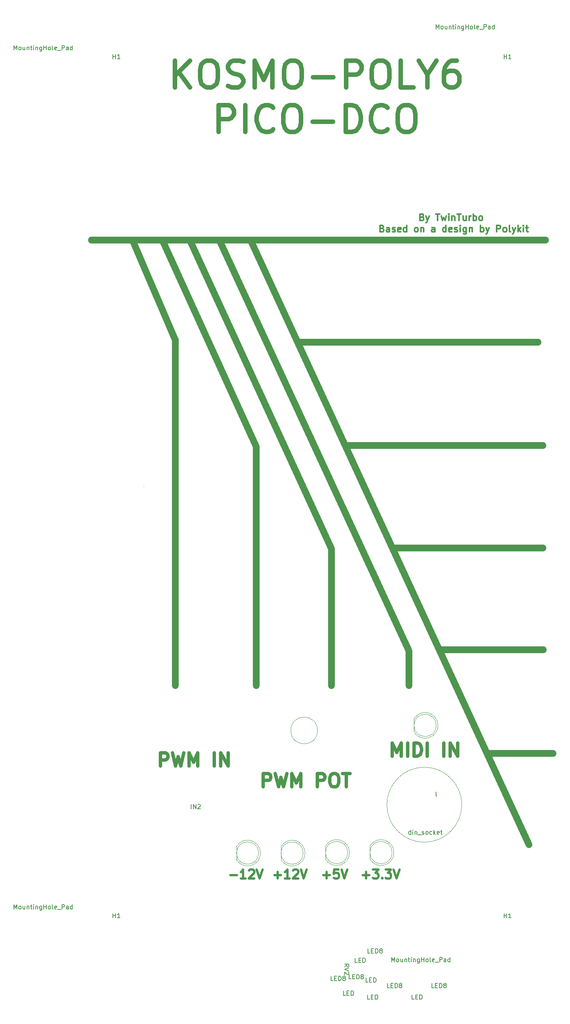
<source format=gbr>
G04 #@! TF.GenerationSoftware,KiCad,Pcbnew,(5.1.7)-1*
G04 #@! TF.CreationDate,2023-03-06T20:39:05+00:00*
G04 #@! TF.ProjectId,KOSMO-POLY6-PICO-DCO-FP,4b4f534d-4f2d-4504-9f4c-59362d504943,V0.1.0*
G04 #@! TF.SameCoordinates,Original*
G04 #@! TF.FileFunction,Legend,Top*
G04 #@! TF.FilePolarity,Positive*
%FSLAX46Y46*%
G04 Gerber Fmt 4.6, Leading zero omitted, Abs format (unit mm)*
G04 Created by KiCad (PCBNEW (5.1.7)-1) date 2023-03-06 20:39:05*
%MOMM*%
%LPD*%
G01*
G04 APERTURE LIST*
%ADD10C,1.000000*%
%ADD11C,0.300000*%
%ADD12C,0.750000*%
%ADD13C,1.500000*%
%ADD14C,0.500000*%
%ADD15C,0.150000*%
%ADD16C,0.100000*%
%ADD17C,0.120000*%
G04 APERTURE END LIST*
D10*
X82289857Y-7440285D02*
X82289857Y-1440285D01*
X85718428Y-7440285D02*
X83147000Y-4011714D01*
X85718428Y-1440285D02*
X82289857Y-4868857D01*
X89432714Y-1440285D02*
X90575571Y-1440285D01*
X91147000Y-1726000D01*
X91718428Y-2297428D01*
X92004142Y-3440285D01*
X92004142Y-5440285D01*
X91718428Y-6583142D01*
X91147000Y-7154571D01*
X90575571Y-7440285D01*
X89432714Y-7440285D01*
X88861285Y-7154571D01*
X88289857Y-6583142D01*
X88004142Y-5440285D01*
X88004142Y-3440285D01*
X88289857Y-2297428D01*
X88861285Y-1726000D01*
X89432714Y-1440285D01*
X94289857Y-7154571D02*
X95147000Y-7440285D01*
X96575571Y-7440285D01*
X97147000Y-7154571D01*
X97432714Y-6868857D01*
X97718428Y-6297428D01*
X97718428Y-5726000D01*
X97432714Y-5154571D01*
X97147000Y-4868857D01*
X96575571Y-4583142D01*
X95432714Y-4297428D01*
X94861285Y-4011714D01*
X94575571Y-3726000D01*
X94289857Y-3154571D01*
X94289857Y-2583142D01*
X94575571Y-2011714D01*
X94861285Y-1726000D01*
X95432714Y-1440285D01*
X96861285Y-1440285D01*
X97718428Y-1726000D01*
X100289857Y-7440285D02*
X100289857Y-1440285D01*
X102289857Y-5726000D01*
X104289857Y-1440285D01*
X104289857Y-7440285D01*
X108289857Y-1440285D02*
X109432714Y-1440285D01*
X110004142Y-1726000D01*
X110575571Y-2297428D01*
X110861285Y-3440285D01*
X110861285Y-5440285D01*
X110575571Y-6583142D01*
X110004142Y-7154571D01*
X109432714Y-7440285D01*
X108289857Y-7440285D01*
X107718428Y-7154571D01*
X107147000Y-6583142D01*
X106861285Y-5440285D01*
X106861285Y-3440285D01*
X107147000Y-2297428D01*
X107718428Y-1726000D01*
X108289857Y-1440285D01*
X113432714Y-5154571D02*
X118004142Y-5154571D01*
X120861285Y-7440285D02*
X120861285Y-1440285D01*
X123147000Y-1440285D01*
X123718428Y-1726000D01*
X124004142Y-2011714D01*
X124289857Y-2583142D01*
X124289857Y-3440285D01*
X124004142Y-4011714D01*
X123718428Y-4297428D01*
X123147000Y-4583142D01*
X120861285Y-4583142D01*
X128004142Y-1440285D02*
X129147000Y-1440285D01*
X129718428Y-1726000D01*
X130289857Y-2297428D01*
X130575571Y-3440285D01*
X130575571Y-5440285D01*
X130289857Y-6583142D01*
X129718428Y-7154571D01*
X129147000Y-7440285D01*
X128004142Y-7440285D01*
X127432714Y-7154571D01*
X126861285Y-6583142D01*
X126575571Y-5440285D01*
X126575571Y-3440285D01*
X126861285Y-2297428D01*
X127432714Y-1726000D01*
X128004142Y-1440285D01*
X136004142Y-7440285D02*
X133147000Y-7440285D01*
X133147000Y-1440285D01*
X139147000Y-4583142D02*
X139147000Y-7440285D01*
X137147000Y-1440285D02*
X139147000Y-4583142D01*
X141147000Y-1440285D01*
X145718428Y-1440285D02*
X144575571Y-1440285D01*
X144004142Y-1726000D01*
X143718428Y-2011714D01*
X143147000Y-2868857D01*
X142861285Y-4011714D01*
X142861285Y-6297428D01*
X143147000Y-6868857D01*
X143432714Y-7154571D01*
X144004142Y-7440285D01*
X145147000Y-7440285D01*
X145718428Y-7154571D01*
X146004142Y-6868857D01*
X146289857Y-6297428D01*
X146289857Y-4868857D01*
X146004142Y-4297428D01*
X145718428Y-4011714D01*
X145147000Y-3726000D01*
X144004142Y-3726000D01*
X143432714Y-4011714D01*
X143147000Y-4297428D01*
X142861285Y-4868857D01*
X92147000Y-17440285D02*
X92147000Y-11440285D01*
X94432714Y-11440285D01*
X95004142Y-11726000D01*
X95289857Y-12011714D01*
X95575571Y-12583142D01*
X95575571Y-13440285D01*
X95289857Y-14011714D01*
X95004142Y-14297428D01*
X94432714Y-14583142D01*
X92147000Y-14583142D01*
X98147000Y-17440285D02*
X98147000Y-11440285D01*
X104432714Y-16868857D02*
X104147000Y-17154571D01*
X103289857Y-17440285D01*
X102718428Y-17440285D01*
X101861285Y-17154571D01*
X101289857Y-16583142D01*
X101004142Y-16011714D01*
X100718428Y-14868857D01*
X100718428Y-14011714D01*
X101004142Y-12868857D01*
X101289857Y-12297428D01*
X101861285Y-11726000D01*
X102718428Y-11440285D01*
X103289857Y-11440285D01*
X104147000Y-11726000D01*
X104432714Y-12011714D01*
X108147000Y-11440285D02*
X109289857Y-11440285D01*
X109861285Y-11726000D01*
X110432714Y-12297428D01*
X110718428Y-13440285D01*
X110718428Y-15440285D01*
X110432714Y-16583142D01*
X109861285Y-17154571D01*
X109289857Y-17440285D01*
X108147000Y-17440285D01*
X107575571Y-17154571D01*
X107004142Y-16583142D01*
X106718428Y-15440285D01*
X106718428Y-13440285D01*
X107004142Y-12297428D01*
X107575571Y-11726000D01*
X108147000Y-11440285D01*
X113289857Y-15154571D02*
X117861285Y-15154571D01*
X120718428Y-17440285D02*
X120718428Y-11440285D01*
X122147000Y-11440285D01*
X123004142Y-11726000D01*
X123575571Y-12297428D01*
X123861285Y-12868857D01*
X124147000Y-14011714D01*
X124147000Y-14868857D01*
X123861285Y-16011714D01*
X123575571Y-16583142D01*
X123004142Y-17154571D01*
X122147000Y-17440285D01*
X120718428Y-17440285D01*
X130147000Y-16868857D02*
X129861285Y-17154571D01*
X129004142Y-17440285D01*
X128432714Y-17440285D01*
X127575571Y-17154571D01*
X127004142Y-16583142D01*
X126718428Y-16011714D01*
X126432714Y-14868857D01*
X126432714Y-14011714D01*
X126718428Y-12868857D01*
X127004142Y-12297428D01*
X127575571Y-11726000D01*
X128432714Y-11440285D01*
X129004142Y-11440285D01*
X129861285Y-11726000D01*
X130147000Y-12011714D01*
X133861285Y-11440285D02*
X135004142Y-11440285D01*
X135575571Y-11726000D01*
X136147000Y-12297428D01*
X136432714Y-13440285D01*
X136432714Y-15440285D01*
X136147000Y-16583142D01*
X135575571Y-17154571D01*
X135004142Y-17440285D01*
X133861285Y-17440285D01*
X133289857Y-17154571D01*
X132718428Y-16583142D01*
X132432714Y-15440285D01*
X132432714Y-13440285D01*
X132718428Y-12297428D01*
X133289857Y-11726000D01*
X133861285Y-11440285D01*
D11*
X137956571Y-36576857D02*
X138170857Y-36648285D01*
X138242285Y-36719714D01*
X138313714Y-36862571D01*
X138313714Y-37076857D01*
X138242285Y-37219714D01*
X138170857Y-37291142D01*
X138028000Y-37362571D01*
X137456571Y-37362571D01*
X137456571Y-35862571D01*
X137956571Y-35862571D01*
X138099428Y-35934000D01*
X138170857Y-36005428D01*
X138242285Y-36148285D01*
X138242285Y-36291142D01*
X138170857Y-36434000D01*
X138099428Y-36505428D01*
X137956571Y-36576857D01*
X137456571Y-36576857D01*
X138813714Y-36362571D02*
X139170857Y-37362571D01*
X139528000Y-36362571D02*
X139170857Y-37362571D01*
X139028000Y-37719714D01*
X138956571Y-37791142D01*
X138813714Y-37862571D01*
X141028000Y-35862571D02*
X141885142Y-35862571D01*
X141456571Y-37362571D02*
X141456571Y-35862571D01*
X142242285Y-36362571D02*
X142528000Y-37362571D01*
X142813714Y-36648285D01*
X143099428Y-37362571D01*
X143385142Y-36362571D01*
X143956571Y-37362571D02*
X143956571Y-36362571D01*
X143956571Y-35862571D02*
X143885142Y-35934000D01*
X143956571Y-36005428D01*
X144028000Y-35934000D01*
X143956571Y-35862571D01*
X143956571Y-36005428D01*
X144670857Y-36362571D02*
X144670857Y-37362571D01*
X144670857Y-36505428D02*
X144742285Y-36434000D01*
X144885142Y-36362571D01*
X145099428Y-36362571D01*
X145242285Y-36434000D01*
X145313714Y-36576857D01*
X145313714Y-37362571D01*
X145813714Y-35862571D02*
X146670857Y-35862571D01*
X146242285Y-37362571D02*
X146242285Y-35862571D01*
X147813714Y-36362571D02*
X147813714Y-37362571D01*
X147170857Y-36362571D02*
X147170857Y-37148285D01*
X147242285Y-37291142D01*
X147385142Y-37362571D01*
X147599428Y-37362571D01*
X147742285Y-37291142D01*
X147813714Y-37219714D01*
X148528000Y-37362571D02*
X148528000Y-36362571D01*
X148528000Y-36648285D02*
X148599428Y-36505428D01*
X148670857Y-36434000D01*
X148813714Y-36362571D01*
X148956571Y-36362571D01*
X149456571Y-37362571D02*
X149456571Y-35862571D01*
X149456571Y-36434000D02*
X149599428Y-36362571D01*
X149885142Y-36362571D01*
X150028000Y-36434000D01*
X150099428Y-36505428D01*
X150170857Y-36648285D01*
X150170857Y-37076857D01*
X150099428Y-37219714D01*
X150028000Y-37291142D01*
X149885142Y-37362571D01*
X149599428Y-37362571D01*
X149456571Y-37291142D01*
X151028000Y-37362571D02*
X150885142Y-37291142D01*
X150813714Y-37219714D01*
X150742285Y-37076857D01*
X150742285Y-36648285D01*
X150813714Y-36505428D01*
X150885142Y-36434000D01*
X151028000Y-36362571D01*
X151242285Y-36362571D01*
X151385142Y-36434000D01*
X151456571Y-36505428D01*
X151528000Y-36648285D01*
X151528000Y-37076857D01*
X151456571Y-37219714D01*
X151385142Y-37291142D01*
X151242285Y-37362571D01*
X151028000Y-37362571D01*
X128956571Y-39126857D02*
X129170857Y-39198285D01*
X129242285Y-39269714D01*
X129313714Y-39412571D01*
X129313714Y-39626857D01*
X129242285Y-39769714D01*
X129170857Y-39841142D01*
X129028000Y-39912571D01*
X128456571Y-39912571D01*
X128456571Y-38412571D01*
X128956571Y-38412571D01*
X129099428Y-38484000D01*
X129170857Y-38555428D01*
X129242285Y-38698285D01*
X129242285Y-38841142D01*
X129170857Y-38984000D01*
X129099428Y-39055428D01*
X128956571Y-39126857D01*
X128456571Y-39126857D01*
X130599428Y-39912571D02*
X130599428Y-39126857D01*
X130528000Y-38984000D01*
X130385142Y-38912571D01*
X130099428Y-38912571D01*
X129956571Y-38984000D01*
X130599428Y-39841142D02*
X130456571Y-39912571D01*
X130099428Y-39912571D01*
X129956571Y-39841142D01*
X129885142Y-39698285D01*
X129885142Y-39555428D01*
X129956571Y-39412571D01*
X130099428Y-39341142D01*
X130456571Y-39341142D01*
X130599428Y-39269714D01*
X131242285Y-39841142D02*
X131385142Y-39912571D01*
X131670857Y-39912571D01*
X131813714Y-39841142D01*
X131885142Y-39698285D01*
X131885142Y-39626857D01*
X131813714Y-39484000D01*
X131670857Y-39412571D01*
X131456571Y-39412571D01*
X131313714Y-39341142D01*
X131242285Y-39198285D01*
X131242285Y-39126857D01*
X131313714Y-38984000D01*
X131456571Y-38912571D01*
X131670857Y-38912571D01*
X131813714Y-38984000D01*
X133099428Y-39841142D02*
X132956571Y-39912571D01*
X132670857Y-39912571D01*
X132528000Y-39841142D01*
X132456571Y-39698285D01*
X132456571Y-39126857D01*
X132528000Y-38984000D01*
X132670857Y-38912571D01*
X132956571Y-38912571D01*
X133099428Y-38984000D01*
X133170857Y-39126857D01*
X133170857Y-39269714D01*
X132456571Y-39412571D01*
X134456571Y-39912571D02*
X134456571Y-38412571D01*
X134456571Y-39841142D02*
X134313714Y-39912571D01*
X134028000Y-39912571D01*
X133885142Y-39841142D01*
X133813714Y-39769714D01*
X133742285Y-39626857D01*
X133742285Y-39198285D01*
X133813714Y-39055428D01*
X133885142Y-38984000D01*
X134028000Y-38912571D01*
X134313714Y-38912571D01*
X134456571Y-38984000D01*
X136528000Y-39912571D02*
X136385142Y-39841142D01*
X136313714Y-39769714D01*
X136242285Y-39626857D01*
X136242285Y-39198285D01*
X136313714Y-39055428D01*
X136385142Y-38984000D01*
X136528000Y-38912571D01*
X136742285Y-38912571D01*
X136885142Y-38984000D01*
X136956571Y-39055428D01*
X137028000Y-39198285D01*
X137028000Y-39626857D01*
X136956571Y-39769714D01*
X136885142Y-39841142D01*
X136742285Y-39912571D01*
X136528000Y-39912571D01*
X137670857Y-38912571D02*
X137670857Y-39912571D01*
X137670857Y-39055428D02*
X137742285Y-38984000D01*
X137885142Y-38912571D01*
X138099428Y-38912571D01*
X138242285Y-38984000D01*
X138313714Y-39126857D01*
X138313714Y-39912571D01*
X140813714Y-39912571D02*
X140813714Y-39126857D01*
X140742285Y-38984000D01*
X140599428Y-38912571D01*
X140313714Y-38912571D01*
X140170857Y-38984000D01*
X140813714Y-39841142D02*
X140670857Y-39912571D01*
X140313714Y-39912571D01*
X140170857Y-39841142D01*
X140099428Y-39698285D01*
X140099428Y-39555428D01*
X140170857Y-39412571D01*
X140313714Y-39341142D01*
X140670857Y-39341142D01*
X140813714Y-39269714D01*
X143313714Y-39912571D02*
X143313714Y-38412571D01*
X143313714Y-39841142D02*
X143170857Y-39912571D01*
X142885142Y-39912571D01*
X142742285Y-39841142D01*
X142670857Y-39769714D01*
X142599428Y-39626857D01*
X142599428Y-39198285D01*
X142670857Y-39055428D01*
X142742285Y-38984000D01*
X142885142Y-38912571D01*
X143170857Y-38912571D01*
X143313714Y-38984000D01*
X144599428Y-39841142D02*
X144456571Y-39912571D01*
X144170857Y-39912571D01*
X144028000Y-39841142D01*
X143956571Y-39698285D01*
X143956571Y-39126857D01*
X144028000Y-38984000D01*
X144170857Y-38912571D01*
X144456571Y-38912571D01*
X144599428Y-38984000D01*
X144670857Y-39126857D01*
X144670857Y-39269714D01*
X143956571Y-39412571D01*
X145242285Y-39841142D02*
X145385142Y-39912571D01*
X145670857Y-39912571D01*
X145813714Y-39841142D01*
X145885142Y-39698285D01*
X145885142Y-39626857D01*
X145813714Y-39484000D01*
X145670857Y-39412571D01*
X145456571Y-39412571D01*
X145313714Y-39341142D01*
X145242285Y-39198285D01*
X145242285Y-39126857D01*
X145313714Y-38984000D01*
X145456571Y-38912571D01*
X145670857Y-38912571D01*
X145813714Y-38984000D01*
X146528000Y-39912571D02*
X146528000Y-38912571D01*
X146528000Y-38412571D02*
X146456571Y-38484000D01*
X146528000Y-38555428D01*
X146599428Y-38484000D01*
X146528000Y-38412571D01*
X146528000Y-38555428D01*
X147885142Y-38912571D02*
X147885142Y-40126857D01*
X147813714Y-40269714D01*
X147742285Y-40341142D01*
X147599428Y-40412571D01*
X147385142Y-40412571D01*
X147242285Y-40341142D01*
X147885142Y-39841142D02*
X147742285Y-39912571D01*
X147456571Y-39912571D01*
X147313714Y-39841142D01*
X147242285Y-39769714D01*
X147170857Y-39626857D01*
X147170857Y-39198285D01*
X147242285Y-39055428D01*
X147313714Y-38984000D01*
X147456571Y-38912571D01*
X147742285Y-38912571D01*
X147885142Y-38984000D01*
X148599428Y-38912571D02*
X148599428Y-39912571D01*
X148599428Y-39055428D02*
X148670857Y-38984000D01*
X148813714Y-38912571D01*
X149028000Y-38912571D01*
X149170857Y-38984000D01*
X149242285Y-39126857D01*
X149242285Y-39912571D01*
X151099428Y-39912571D02*
X151099428Y-38412571D01*
X151099428Y-38984000D02*
X151242285Y-38912571D01*
X151528000Y-38912571D01*
X151670857Y-38984000D01*
X151742285Y-39055428D01*
X151813714Y-39198285D01*
X151813714Y-39626857D01*
X151742285Y-39769714D01*
X151670857Y-39841142D01*
X151528000Y-39912571D01*
X151242285Y-39912571D01*
X151099428Y-39841142D01*
X152313714Y-38912571D02*
X152670857Y-39912571D01*
X153028000Y-38912571D02*
X152670857Y-39912571D01*
X152528000Y-40269714D01*
X152456571Y-40341142D01*
X152313714Y-40412571D01*
X154742285Y-39912571D02*
X154742285Y-38412571D01*
X155313714Y-38412571D01*
X155456571Y-38484000D01*
X155528000Y-38555428D01*
X155599428Y-38698285D01*
X155599428Y-38912571D01*
X155528000Y-39055428D01*
X155456571Y-39126857D01*
X155313714Y-39198285D01*
X154742285Y-39198285D01*
X156456571Y-39912571D02*
X156313714Y-39841142D01*
X156242285Y-39769714D01*
X156170857Y-39626857D01*
X156170857Y-39198285D01*
X156242285Y-39055428D01*
X156313714Y-38984000D01*
X156456571Y-38912571D01*
X156670857Y-38912571D01*
X156813714Y-38984000D01*
X156885142Y-39055428D01*
X156956571Y-39198285D01*
X156956571Y-39626857D01*
X156885142Y-39769714D01*
X156813714Y-39841142D01*
X156670857Y-39912571D01*
X156456571Y-39912571D01*
X157813714Y-39912571D02*
X157670857Y-39841142D01*
X157599428Y-39698285D01*
X157599428Y-38412571D01*
X158242285Y-38912571D02*
X158599428Y-39912571D01*
X158956571Y-38912571D02*
X158599428Y-39912571D01*
X158456571Y-40269714D01*
X158385142Y-40341142D01*
X158242285Y-40412571D01*
X159528000Y-39912571D02*
X159528000Y-38412571D01*
X159670857Y-39341142D02*
X160099428Y-39912571D01*
X160099428Y-38912571D02*
X159528000Y-39484000D01*
X160742285Y-39912571D02*
X160742285Y-38912571D01*
X160742285Y-38412571D02*
X160670857Y-38484000D01*
X160742285Y-38555428D01*
X160813714Y-38484000D01*
X160742285Y-38412571D01*
X160742285Y-38555428D01*
X161242285Y-38912571D02*
X161813714Y-38912571D01*
X161456571Y-38412571D02*
X161456571Y-39698285D01*
X161528000Y-39841142D01*
X161670857Y-39912571D01*
X161813714Y-39912571D01*
D12*
X102153571Y-164530142D02*
X102153571Y-161530142D01*
X103296428Y-161530142D01*
X103582142Y-161673000D01*
X103725000Y-161815857D01*
X103867857Y-162101571D01*
X103867857Y-162530142D01*
X103725000Y-162815857D01*
X103582142Y-162958714D01*
X103296428Y-163101571D01*
X102153571Y-163101571D01*
X104867857Y-161530142D02*
X105582142Y-164530142D01*
X106153571Y-162387285D01*
X106725000Y-164530142D01*
X107439285Y-161530142D01*
X108582142Y-164530142D02*
X108582142Y-161530142D01*
X109582142Y-163673000D01*
X110582142Y-161530142D01*
X110582142Y-164530142D01*
X114296428Y-164530142D02*
X114296428Y-161530142D01*
X115439285Y-161530142D01*
X115725000Y-161673000D01*
X115867857Y-161815857D01*
X116010714Y-162101571D01*
X116010714Y-162530142D01*
X115867857Y-162815857D01*
X115725000Y-162958714D01*
X115439285Y-163101571D01*
X114296428Y-163101571D01*
X117867857Y-161530142D02*
X118439285Y-161530142D01*
X118725000Y-161673000D01*
X119010714Y-161958714D01*
X119153571Y-162530142D01*
X119153571Y-163530142D01*
X119010714Y-164101571D01*
X118725000Y-164387285D01*
X118439285Y-164530142D01*
X117867857Y-164530142D01*
X117582142Y-164387285D01*
X117296428Y-164101571D01*
X117153571Y-163530142D01*
X117153571Y-162530142D01*
X117296428Y-161958714D01*
X117582142Y-161673000D01*
X117867857Y-161530142D01*
X120010714Y-161530142D02*
X121725000Y-161530142D01*
X120867857Y-164530142D02*
X120867857Y-161530142D01*
D13*
X167431000Y-157020000D02*
X152784000Y-157020000D01*
X82378000Y-141822000D02*
X82378000Y-64136000D01*
X100651000Y-141801000D02*
X100651000Y-88337000D01*
X117502000Y-141781000D02*
X117502000Y-111225000D01*
X135013000Y-141811000D02*
X135013000Y-134166000D01*
X82354000Y-64029000D02*
X72825000Y-41886000D01*
X100576000Y-88153000D02*
X79565000Y-41814000D01*
X117520000Y-111062000D02*
X85671000Y-41814000D01*
X134957000Y-134059000D02*
X92345000Y-41778000D01*
D14*
X124567000Y-184394857D02*
X126090809Y-184394857D01*
X125328904Y-185156761D02*
X125328904Y-183632952D01*
X126852714Y-183156761D02*
X128090809Y-183156761D01*
X127424142Y-183918666D01*
X127709857Y-183918666D01*
X127900333Y-184013904D01*
X127995571Y-184109142D01*
X128090809Y-184299619D01*
X128090809Y-184775809D01*
X127995571Y-184966285D01*
X127900333Y-185061523D01*
X127709857Y-185156761D01*
X127138428Y-185156761D01*
X126947952Y-185061523D01*
X126852714Y-184966285D01*
X128947952Y-184966285D02*
X129043190Y-185061523D01*
X128947952Y-185156761D01*
X128852714Y-185061523D01*
X128947952Y-184966285D01*
X128947952Y-185156761D01*
X129709857Y-183156761D02*
X130947952Y-183156761D01*
X130281285Y-183918666D01*
X130567000Y-183918666D01*
X130757476Y-184013904D01*
X130852714Y-184109142D01*
X130947952Y-184299619D01*
X130947952Y-184775809D01*
X130852714Y-184966285D01*
X130757476Y-185061523D01*
X130567000Y-185156761D01*
X129995571Y-185156761D01*
X129805095Y-185061523D01*
X129709857Y-184966285D01*
X131519380Y-183156761D02*
X132186047Y-185156761D01*
X132852714Y-183156761D01*
X115700571Y-184394857D02*
X117224380Y-184394857D01*
X116462476Y-185156761D02*
X116462476Y-183632952D01*
X119129142Y-183156761D02*
X118176761Y-183156761D01*
X118081523Y-184109142D01*
X118176761Y-184013904D01*
X118367238Y-183918666D01*
X118843428Y-183918666D01*
X119033904Y-184013904D01*
X119129142Y-184109142D01*
X119224380Y-184299619D01*
X119224380Y-184775809D01*
X119129142Y-184966285D01*
X119033904Y-185061523D01*
X118843428Y-185156761D01*
X118367238Y-185156761D01*
X118176761Y-185061523D01*
X118081523Y-184966285D01*
X119795809Y-183156761D02*
X120462476Y-185156761D01*
X121129142Y-183156761D01*
X104643190Y-184394857D02*
X106167000Y-184394857D01*
X105405095Y-185156761D02*
X105405095Y-183632952D01*
X108167000Y-185156761D02*
X107024142Y-185156761D01*
X107595571Y-185156761D02*
X107595571Y-183156761D01*
X107405095Y-183442476D01*
X107214619Y-183632952D01*
X107024142Y-183728190D01*
X108928904Y-183347238D02*
X109024142Y-183252000D01*
X109214619Y-183156761D01*
X109690809Y-183156761D01*
X109881285Y-183252000D01*
X109976523Y-183347238D01*
X110071761Y-183537714D01*
X110071761Y-183728190D01*
X109976523Y-184013904D01*
X108833666Y-185156761D01*
X110071761Y-185156761D01*
X110643190Y-183156761D02*
X111309857Y-185156761D01*
X111976523Y-183156761D01*
X94728190Y-184394857D02*
X96252000Y-184394857D01*
X98252000Y-185156761D02*
X97109142Y-185156761D01*
X97680571Y-185156761D02*
X97680571Y-183156761D01*
X97490095Y-183442476D01*
X97299619Y-183632952D01*
X97109142Y-183728190D01*
X99013904Y-183347238D02*
X99109142Y-183252000D01*
X99299619Y-183156761D01*
X99775809Y-183156761D01*
X99966285Y-183252000D01*
X100061523Y-183347238D01*
X100156761Y-183537714D01*
X100156761Y-183728190D01*
X100061523Y-184013904D01*
X98918666Y-185156761D01*
X100156761Y-185156761D01*
X100728190Y-183156761D02*
X101394857Y-185156761D01*
X102061523Y-183156761D01*
D12*
X131206857Y-157666142D02*
X131206857Y-154666142D01*
X132206857Y-156809000D01*
X133206857Y-154666142D01*
X133206857Y-157666142D01*
X134635428Y-157666142D02*
X134635428Y-154666142D01*
X136064000Y-157666142D02*
X136064000Y-154666142D01*
X136778285Y-154666142D01*
X137206857Y-154809000D01*
X137492571Y-155094714D01*
X137635428Y-155380428D01*
X137778285Y-155951857D01*
X137778285Y-156380428D01*
X137635428Y-156951857D01*
X137492571Y-157237571D01*
X137206857Y-157523285D01*
X136778285Y-157666142D01*
X136064000Y-157666142D01*
X139064000Y-157666142D02*
X139064000Y-154666142D01*
X142778285Y-157666142D02*
X142778285Y-154666142D01*
X144206857Y-157666142D02*
X144206857Y-154666142D01*
X145921142Y-157666142D01*
X145921142Y-154666142D01*
X79012142Y-159889142D02*
X79012142Y-156889142D01*
X80155000Y-156889142D01*
X80440714Y-157032000D01*
X80583571Y-157174857D01*
X80726428Y-157460571D01*
X80726428Y-157889142D01*
X80583571Y-158174857D01*
X80440714Y-158317714D01*
X80155000Y-158460571D01*
X79012142Y-158460571D01*
X81726428Y-156889142D02*
X82440714Y-159889142D01*
X83012142Y-157746285D01*
X83583571Y-159889142D01*
X84297857Y-156889142D01*
X85440714Y-159889142D02*
X85440714Y-156889142D01*
X86440714Y-159032000D01*
X87440714Y-156889142D01*
X87440714Y-159889142D01*
X91155000Y-159889142D02*
X91155000Y-156889142D01*
X92583571Y-159889142D02*
X92583571Y-156889142D01*
X94297857Y-159889142D01*
X94297857Y-156889142D01*
D13*
X162015000Y-177576000D02*
X99310000Y-41713000D01*
X165213000Y-133757000D02*
X141950000Y-133757000D01*
X165095000Y-110903000D02*
X131411000Y-110903000D01*
X165109000Y-87882000D02*
X120702000Y-87882000D01*
X164050000Y-64701000D02*
X110000000Y-64701000D01*
X165748000Y-41713000D02*
X63508000Y-41713000D01*
D15*
X75359142Y-97101000D02*
G75*
G03*
X75359142Y-97101000I-14142J0D01*
G01*
D16*
X126198000Y-177863306D02*
X126198000Y-180802694D01*
D17*
X131198000Y-179333000D02*
G75*
G03*
X131198000Y-179333000I-2500000J0D01*
G01*
D16*
X131198000Y-179333000D02*
G75*
G03*
X131198000Y-179333000I-2500000J0D01*
G01*
X126197984Y-180802666D02*
G75*
G03*
X126198000Y-177863306I2500016J1469666D01*
G01*
X111182000Y-179456000D02*
G75*
G03*
X111182000Y-179456000I-2500000J0D01*
G01*
D17*
X111182000Y-179456000D02*
G75*
G03*
X111182000Y-179456000I-2500000J0D01*
G01*
D16*
X106182000Y-177986306D02*
X106182000Y-180925694D01*
X106181984Y-180925666D02*
G75*
G03*
X106182000Y-177986306I2500016J1469666D01*
G01*
X141116000Y-150767000D02*
G75*
G03*
X141116000Y-150767000I-2500000J0D01*
G01*
D17*
X141116000Y-150767000D02*
G75*
G03*
X141116000Y-150767000I-2500000J0D01*
G01*
D16*
X136116000Y-149297306D02*
X136116000Y-152236694D01*
X136115984Y-152236666D02*
G75*
G03*
X136116000Y-149297306I2500016J1469666D01*
G01*
X121198000Y-179333000D02*
G75*
G03*
X121198000Y-179333000I-2500000J0D01*
G01*
D17*
X121198000Y-179333000D02*
G75*
G03*
X121198000Y-179333000I-2500000J0D01*
G01*
D16*
X116198000Y-177863306D02*
X116198000Y-180802694D01*
X116197984Y-180802666D02*
G75*
G03*
X116198000Y-177863306I2500016J1469666D01*
G01*
X96166000Y-177976306D02*
X96166000Y-180915694D01*
D17*
X101166000Y-179446000D02*
G75*
G03*
X101166000Y-179446000I-2500000J0D01*
G01*
D16*
X101166000Y-179446000D02*
G75*
G03*
X101166000Y-179446000I-2500000J0D01*
G01*
X96165984Y-180915666D02*
G75*
G03*
X96166000Y-177976306I2500016J1469666D01*
G01*
D17*
X146865980Y-168585000D02*
G75*
G03*
X146865980Y-168585000I-8428980J0D01*
G01*
D16*
X114401000Y-151911000D02*
G75*
G03*
X114401000Y-151911000I-3000000J0D01*
G01*
D15*
X140614952Y-209702380D02*
X140138761Y-209702380D01*
X140138761Y-208702380D01*
X140948285Y-209178571D02*
X141281619Y-209178571D01*
X141424476Y-209702380D02*
X140948285Y-209702380D01*
X140948285Y-208702380D01*
X141424476Y-208702380D01*
X141853047Y-209702380D02*
X141853047Y-208702380D01*
X142091142Y-208702380D01*
X142234000Y-208750000D01*
X142329238Y-208845238D01*
X142376857Y-208940476D01*
X142424476Y-209130952D01*
X142424476Y-209273809D01*
X142376857Y-209464285D01*
X142329238Y-209559523D01*
X142234000Y-209654761D01*
X142091142Y-209702380D01*
X141853047Y-209702380D01*
X142995904Y-209130952D02*
X142900666Y-209083333D01*
X142853047Y-209035714D01*
X142805428Y-208940476D01*
X142805428Y-208892857D01*
X142853047Y-208797619D01*
X142900666Y-208750000D01*
X142995904Y-208702380D01*
X143186380Y-208702380D01*
X143281619Y-208750000D01*
X143329238Y-208797619D01*
X143376857Y-208892857D01*
X143376857Y-208940476D01*
X143329238Y-209035714D01*
X143281619Y-209083333D01*
X143186380Y-209130952D01*
X142995904Y-209130952D01*
X142900666Y-209178571D01*
X142853047Y-209226190D01*
X142805428Y-209321428D01*
X142805428Y-209511904D01*
X142853047Y-209607142D01*
X142900666Y-209654761D01*
X142995904Y-209702380D01*
X143186380Y-209702380D01*
X143281619Y-209654761D01*
X143329238Y-209607142D01*
X143376857Y-209511904D01*
X143376857Y-209321428D01*
X143329238Y-209226190D01*
X143281619Y-209178571D01*
X143186380Y-209130952D01*
X136153142Y-212294380D02*
X135676952Y-212294380D01*
X135676952Y-211294380D01*
X136486476Y-211770571D02*
X136819809Y-211770571D01*
X136962666Y-212294380D02*
X136486476Y-212294380D01*
X136486476Y-211294380D01*
X136962666Y-211294380D01*
X137391238Y-212294380D02*
X137391238Y-211294380D01*
X137629333Y-211294380D01*
X137772190Y-211342000D01*
X137867428Y-211437238D01*
X137915047Y-211532476D01*
X137962666Y-211722952D01*
X137962666Y-211865809D01*
X137915047Y-212056285D01*
X137867428Y-212151523D01*
X137772190Y-212246761D01*
X137629333Y-212294380D01*
X137391238Y-212294380D01*
X121973952Y-207727380D02*
X121497761Y-207727380D01*
X121497761Y-206727380D01*
X122307285Y-207203571D02*
X122640619Y-207203571D01*
X122783476Y-207727380D02*
X122307285Y-207727380D01*
X122307285Y-206727380D01*
X122783476Y-206727380D01*
X123212047Y-207727380D02*
X123212047Y-206727380D01*
X123450142Y-206727380D01*
X123593000Y-206775000D01*
X123688238Y-206870238D01*
X123735857Y-206965476D01*
X123783476Y-207155952D01*
X123783476Y-207298809D01*
X123735857Y-207489285D01*
X123688238Y-207584523D01*
X123593000Y-207679761D01*
X123450142Y-207727380D01*
X123212047Y-207727380D01*
X124354904Y-207155952D02*
X124259666Y-207108333D01*
X124212047Y-207060714D01*
X124164428Y-206965476D01*
X124164428Y-206917857D01*
X124212047Y-206822619D01*
X124259666Y-206775000D01*
X124354904Y-206727380D01*
X124545380Y-206727380D01*
X124640619Y-206775000D01*
X124688238Y-206822619D01*
X124735857Y-206917857D01*
X124735857Y-206965476D01*
X124688238Y-207060714D01*
X124640619Y-207108333D01*
X124545380Y-207155952D01*
X124354904Y-207155952D01*
X124259666Y-207203571D01*
X124212047Y-207251190D01*
X124164428Y-207346428D01*
X124164428Y-207536904D01*
X124212047Y-207632142D01*
X124259666Y-207679761D01*
X124354904Y-207727380D01*
X124545380Y-207727380D01*
X124640619Y-207679761D01*
X124688238Y-207632142D01*
X124735857Y-207536904D01*
X124735857Y-207346428D01*
X124688238Y-207251190D01*
X124640619Y-207203571D01*
X124545380Y-207155952D01*
X120722142Y-211430380D02*
X120245952Y-211430380D01*
X120245952Y-210430380D01*
X121055476Y-210906571D02*
X121388809Y-210906571D01*
X121531666Y-211430380D02*
X121055476Y-211430380D01*
X121055476Y-210430380D01*
X121531666Y-210430380D01*
X121960238Y-211430380D02*
X121960238Y-210430380D01*
X122198333Y-210430380D01*
X122341190Y-210478000D01*
X122436428Y-210573238D01*
X122484047Y-210668476D01*
X122531666Y-210858952D01*
X122531666Y-211001809D01*
X122484047Y-211192285D01*
X122436428Y-211287523D01*
X122341190Y-211382761D01*
X122198333Y-211430380D01*
X121960238Y-211430380D01*
X126220952Y-201925380D02*
X125744761Y-201925380D01*
X125744761Y-200925380D01*
X126554285Y-201401571D02*
X126887619Y-201401571D01*
X127030476Y-201925380D02*
X126554285Y-201925380D01*
X126554285Y-200925380D01*
X127030476Y-200925380D01*
X127459047Y-201925380D02*
X127459047Y-200925380D01*
X127697142Y-200925380D01*
X127840000Y-200973000D01*
X127935238Y-201068238D01*
X127982857Y-201163476D01*
X128030476Y-201353952D01*
X128030476Y-201496809D01*
X127982857Y-201687285D01*
X127935238Y-201782523D01*
X127840000Y-201877761D01*
X127697142Y-201925380D01*
X127459047Y-201925380D01*
X128601904Y-201353952D02*
X128506666Y-201306333D01*
X128459047Y-201258714D01*
X128411428Y-201163476D01*
X128411428Y-201115857D01*
X128459047Y-201020619D01*
X128506666Y-200973000D01*
X128601904Y-200925380D01*
X128792380Y-200925380D01*
X128887619Y-200973000D01*
X128935238Y-201020619D01*
X128982857Y-201115857D01*
X128982857Y-201163476D01*
X128935238Y-201258714D01*
X128887619Y-201306333D01*
X128792380Y-201353952D01*
X128601904Y-201353952D01*
X128506666Y-201401571D01*
X128459047Y-201449190D01*
X128411428Y-201544428D01*
X128411428Y-201734904D01*
X128459047Y-201830142D01*
X128506666Y-201877761D01*
X128601904Y-201925380D01*
X128792380Y-201925380D01*
X128887619Y-201877761D01*
X128935238Y-201830142D01*
X128982857Y-201734904D01*
X128982857Y-201544428D01*
X128935238Y-201449190D01*
X128887619Y-201401571D01*
X128792380Y-201353952D01*
X123364142Y-204023380D02*
X122887952Y-204023380D01*
X122887952Y-203023380D01*
X123697476Y-203499571D02*
X124030809Y-203499571D01*
X124173666Y-204023380D02*
X123697476Y-204023380D01*
X123697476Y-203023380D01*
X124173666Y-203023380D01*
X124602238Y-204023380D02*
X124602238Y-203023380D01*
X124840333Y-203023380D01*
X124983190Y-203071000D01*
X125078428Y-203166238D01*
X125126047Y-203261476D01*
X125173666Y-203451952D01*
X125173666Y-203594809D01*
X125126047Y-203785285D01*
X125078428Y-203880523D01*
X124983190Y-203975761D01*
X124840333Y-204023380D01*
X124602238Y-204023380D01*
X130614952Y-209702380D02*
X130138761Y-209702380D01*
X130138761Y-208702380D01*
X130948285Y-209178571D02*
X131281619Y-209178571D01*
X131424476Y-209702380D02*
X130948285Y-209702380D01*
X130948285Y-208702380D01*
X131424476Y-208702380D01*
X131853047Y-209702380D02*
X131853047Y-208702380D01*
X132091142Y-208702380D01*
X132234000Y-208750000D01*
X132329238Y-208845238D01*
X132376857Y-208940476D01*
X132424476Y-209130952D01*
X132424476Y-209273809D01*
X132376857Y-209464285D01*
X132329238Y-209559523D01*
X132234000Y-209654761D01*
X132091142Y-209702380D01*
X131853047Y-209702380D01*
X132995904Y-209130952D02*
X132900666Y-209083333D01*
X132853047Y-209035714D01*
X132805428Y-208940476D01*
X132805428Y-208892857D01*
X132853047Y-208797619D01*
X132900666Y-208750000D01*
X132995904Y-208702380D01*
X133186380Y-208702380D01*
X133281619Y-208750000D01*
X133329238Y-208797619D01*
X133376857Y-208892857D01*
X133376857Y-208940476D01*
X133329238Y-209035714D01*
X133281619Y-209083333D01*
X133186380Y-209130952D01*
X132995904Y-209130952D01*
X132900666Y-209178571D01*
X132853047Y-209226190D01*
X132805428Y-209321428D01*
X132805428Y-209511904D01*
X132853047Y-209607142D01*
X132900666Y-209654761D01*
X132995904Y-209702380D01*
X133186380Y-209702380D01*
X133281619Y-209654761D01*
X133329238Y-209607142D01*
X133376857Y-209511904D01*
X133376857Y-209321428D01*
X133329238Y-209226190D01*
X133281619Y-209178571D01*
X133186380Y-209130952D01*
X126153142Y-212294380D02*
X125676952Y-212294380D01*
X125676952Y-211294380D01*
X126486476Y-211770571D02*
X126819809Y-211770571D01*
X126962666Y-212294380D02*
X126486476Y-212294380D01*
X126486476Y-211294380D01*
X126962666Y-211294380D01*
X127391238Y-212294380D02*
X127391238Y-211294380D01*
X127629333Y-211294380D01*
X127772190Y-211342000D01*
X127867428Y-211437238D01*
X127915047Y-211532476D01*
X127962666Y-211722952D01*
X127962666Y-211865809D01*
X127915047Y-212056285D01*
X127867428Y-212151523D01*
X127772190Y-212246761D01*
X127629333Y-212294380D01*
X127391238Y-212294380D01*
X117899952Y-208097380D02*
X117423761Y-208097380D01*
X117423761Y-207097380D01*
X118233285Y-207573571D02*
X118566619Y-207573571D01*
X118709476Y-208097380D02*
X118233285Y-208097380D01*
X118233285Y-207097380D01*
X118709476Y-207097380D01*
X119138047Y-208097380D02*
X119138047Y-207097380D01*
X119376142Y-207097380D01*
X119519000Y-207145000D01*
X119614238Y-207240238D01*
X119661857Y-207335476D01*
X119709476Y-207525952D01*
X119709476Y-207668809D01*
X119661857Y-207859285D01*
X119614238Y-207954523D01*
X119519000Y-208049761D01*
X119376142Y-208097380D01*
X119138047Y-208097380D01*
X120280904Y-207525952D02*
X120185666Y-207478333D01*
X120138047Y-207430714D01*
X120090428Y-207335476D01*
X120090428Y-207287857D01*
X120138047Y-207192619D01*
X120185666Y-207145000D01*
X120280904Y-207097380D01*
X120471380Y-207097380D01*
X120566619Y-207145000D01*
X120614238Y-207192619D01*
X120661857Y-207287857D01*
X120661857Y-207335476D01*
X120614238Y-207430714D01*
X120566619Y-207478333D01*
X120471380Y-207525952D01*
X120280904Y-207525952D01*
X120185666Y-207573571D01*
X120138047Y-207621190D01*
X120090428Y-207716428D01*
X120090428Y-207906904D01*
X120138047Y-208002142D01*
X120185666Y-208049761D01*
X120280904Y-208097380D01*
X120471380Y-208097380D01*
X120566619Y-208049761D01*
X120614238Y-208002142D01*
X120661857Y-207906904D01*
X120661857Y-207716428D01*
X120614238Y-207621190D01*
X120566619Y-207573571D01*
X120471380Y-207525952D01*
X125783142Y-208468380D02*
X125306952Y-208468380D01*
X125306952Y-207468380D01*
X126116476Y-207944571D02*
X126449809Y-207944571D01*
X126592666Y-208468380D02*
X126116476Y-208468380D01*
X126116476Y-207468380D01*
X126592666Y-207468380D01*
X127021238Y-208468380D02*
X127021238Y-207468380D01*
X127259333Y-207468380D01*
X127402190Y-207516000D01*
X127497428Y-207611238D01*
X127545047Y-207706476D01*
X127592666Y-207896952D01*
X127592666Y-208039809D01*
X127545047Y-208230285D01*
X127497428Y-208325523D01*
X127402190Y-208420761D01*
X127259333Y-208468380D01*
X127021238Y-208468380D01*
X135375095Y-175237380D02*
X135375095Y-174237380D01*
X135375095Y-175189761D02*
X135279857Y-175237380D01*
X135089380Y-175237380D01*
X134994142Y-175189761D01*
X134946523Y-175142142D01*
X134898904Y-175046904D01*
X134898904Y-174761190D01*
X134946523Y-174665952D01*
X134994142Y-174618333D01*
X135089380Y-174570714D01*
X135279857Y-174570714D01*
X135375095Y-174618333D01*
X135851285Y-175237380D02*
X135851285Y-174570714D01*
X135851285Y-174237380D02*
X135803666Y-174285000D01*
X135851285Y-174332619D01*
X135898904Y-174285000D01*
X135851285Y-174237380D01*
X135851285Y-174332619D01*
X136327476Y-174570714D02*
X136327476Y-175237380D01*
X136327476Y-174665952D02*
X136375095Y-174618333D01*
X136470333Y-174570714D01*
X136613190Y-174570714D01*
X136708428Y-174618333D01*
X136756047Y-174713571D01*
X136756047Y-175237380D01*
X136994142Y-175332619D02*
X137756047Y-175332619D01*
X137946523Y-175189761D02*
X138041761Y-175237380D01*
X138232238Y-175237380D01*
X138327476Y-175189761D01*
X138375095Y-175094523D01*
X138375095Y-175046904D01*
X138327476Y-174951666D01*
X138232238Y-174904047D01*
X138089380Y-174904047D01*
X137994142Y-174856428D01*
X137946523Y-174761190D01*
X137946523Y-174713571D01*
X137994142Y-174618333D01*
X138089380Y-174570714D01*
X138232238Y-174570714D01*
X138327476Y-174618333D01*
X138946523Y-175237380D02*
X138851285Y-175189761D01*
X138803666Y-175142142D01*
X138756047Y-175046904D01*
X138756047Y-174761190D01*
X138803666Y-174665952D01*
X138851285Y-174618333D01*
X138946523Y-174570714D01*
X139089380Y-174570714D01*
X139184619Y-174618333D01*
X139232238Y-174665952D01*
X139279857Y-174761190D01*
X139279857Y-175046904D01*
X139232238Y-175142142D01*
X139184619Y-175189761D01*
X139089380Y-175237380D01*
X138946523Y-175237380D01*
X140137000Y-175189761D02*
X140041761Y-175237380D01*
X139851285Y-175237380D01*
X139756047Y-175189761D01*
X139708428Y-175142142D01*
X139660809Y-175046904D01*
X139660809Y-174761190D01*
X139708428Y-174665952D01*
X139756047Y-174618333D01*
X139851285Y-174570714D01*
X140041761Y-174570714D01*
X140137000Y-174618333D01*
X140565571Y-175237380D02*
X140565571Y-174237380D01*
X140660809Y-174856428D02*
X140946523Y-175237380D01*
X140946523Y-174570714D02*
X140565571Y-174951666D01*
X141756047Y-175189761D02*
X141660809Y-175237380D01*
X141470333Y-175237380D01*
X141375095Y-175189761D01*
X141327476Y-175094523D01*
X141327476Y-174713571D01*
X141375095Y-174618333D01*
X141470333Y-174570714D01*
X141660809Y-174570714D01*
X141756047Y-174618333D01*
X141803666Y-174713571D01*
X141803666Y-174808809D01*
X141327476Y-174904047D01*
X142089380Y-174570714D02*
X142470333Y-174570714D01*
X142232238Y-174237380D02*
X142232238Y-175094523D01*
X142279857Y-175189761D01*
X142375095Y-175237380D01*
X142470333Y-175237380D01*
X141246047Y-166707380D02*
X141150809Y-166659761D01*
X141103190Y-166564523D01*
X141103190Y-165707380D01*
X120468619Y-204951761D02*
X120944809Y-204618428D01*
X120468619Y-204380333D02*
X121468619Y-204380333D01*
X121468619Y-204761285D01*
X121421000Y-204856523D01*
X121373380Y-204904142D01*
X121278142Y-204951761D01*
X121135285Y-204951761D01*
X121040047Y-204904142D01*
X120992428Y-204856523D01*
X120944809Y-204761285D01*
X120944809Y-204380333D01*
X121468619Y-205237476D02*
X120468619Y-205570809D01*
X121468619Y-205904142D01*
X121373380Y-206189857D02*
X121421000Y-206237476D01*
X121468619Y-206332714D01*
X121468619Y-206570809D01*
X121421000Y-206666047D01*
X121373380Y-206713666D01*
X121278142Y-206761285D01*
X121182904Y-206761285D01*
X121040047Y-206713666D01*
X120468619Y-206142238D01*
X120468619Y-206761285D01*
X86003000Y-169517380D02*
X86003000Y-168517380D01*
X86479190Y-169517380D02*
X86479190Y-168517380D01*
X87050619Y-169517380D01*
X87050619Y-168517380D01*
X87479190Y-168612619D02*
X87526809Y-168565000D01*
X87622047Y-168517380D01*
X87860142Y-168517380D01*
X87955380Y-168565000D01*
X88003000Y-168612619D01*
X88050619Y-168707857D01*
X88050619Y-168803095D01*
X88003000Y-168945952D01*
X87431571Y-169517380D01*
X88050619Y-169517380D01*
X46081571Y973619D02*
X46081571Y1973619D01*
X46414904Y1259333D01*
X46748238Y1973619D01*
X46748238Y973619D01*
X47367285Y973619D02*
X47272047Y1021238D01*
X47224428Y1068857D01*
X47176809Y1164095D01*
X47176809Y1449809D01*
X47224428Y1545047D01*
X47272047Y1592666D01*
X47367285Y1640285D01*
X47510142Y1640285D01*
X47605380Y1592666D01*
X47652999Y1545047D01*
X47700619Y1449809D01*
X47700619Y1164095D01*
X47652999Y1068857D01*
X47605380Y1021238D01*
X47510142Y973619D01*
X47367285Y973619D01*
X48557761Y1640285D02*
X48557761Y973619D01*
X48129190Y1640285D02*
X48129190Y1116476D01*
X48176809Y1021238D01*
X48272047Y973619D01*
X48414904Y973619D01*
X48510142Y1021238D01*
X48557761Y1068857D01*
X49033952Y1640285D02*
X49033952Y973619D01*
X49033952Y1545047D02*
X49081571Y1592666D01*
X49176809Y1640285D01*
X49319666Y1640285D01*
X49414904Y1592666D01*
X49462523Y1497428D01*
X49462523Y973619D01*
X49795857Y1640285D02*
X50176809Y1640285D01*
X49938714Y1973619D02*
X49938714Y1116476D01*
X49986333Y1021238D01*
X50081571Y973619D01*
X50176809Y973619D01*
X50510142Y973619D02*
X50510142Y1640285D01*
X50510142Y1973619D02*
X50462523Y1926000D01*
X50510142Y1878380D01*
X50557761Y1926000D01*
X50510142Y1973619D01*
X50510142Y1878380D01*
X50986333Y1640285D02*
X50986333Y973619D01*
X50986333Y1545047D02*
X51033952Y1592666D01*
X51129190Y1640285D01*
X51272047Y1640285D01*
X51367285Y1592666D01*
X51414904Y1497428D01*
X51414904Y973619D01*
X52319666Y1640285D02*
X52319666Y830761D01*
X52272047Y735523D01*
X52224428Y687904D01*
X52129190Y640285D01*
X51986333Y640285D01*
X51891095Y687904D01*
X52319666Y1021238D02*
X52224428Y973619D01*
X52033952Y973619D01*
X51938714Y1021238D01*
X51891095Y1068857D01*
X51843476Y1164095D01*
X51843476Y1449809D01*
X51891095Y1545047D01*
X51938714Y1592666D01*
X52033952Y1640285D01*
X52224428Y1640285D01*
X52319666Y1592666D01*
X52795857Y973619D02*
X52795857Y1973619D01*
X52795857Y1497428D02*
X53367285Y1497428D01*
X53367285Y973619D02*
X53367285Y1973619D01*
X53986333Y973619D02*
X53891095Y1021238D01*
X53843476Y1068857D01*
X53795857Y1164095D01*
X53795857Y1449809D01*
X53843476Y1545047D01*
X53891095Y1592666D01*
X53986333Y1640285D01*
X54129190Y1640285D01*
X54224428Y1592666D01*
X54272047Y1545047D01*
X54319666Y1449809D01*
X54319666Y1164095D01*
X54272047Y1068857D01*
X54224428Y1021238D01*
X54129190Y973619D01*
X53986333Y973619D01*
X54891095Y973619D02*
X54795857Y1021238D01*
X54748238Y1116476D01*
X54748238Y1973619D01*
X55652999Y1021238D02*
X55557761Y973619D01*
X55367285Y973619D01*
X55272047Y1021238D01*
X55224428Y1116476D01*
X55224428Y1497428D01*
X55272047Y1592666D01*
X55367285Y1640285D01*
X55557761Y1640285D01*
X55652999Y1592666D01*
X55700619Y1497428D01*
X55700619Y1402190D01*
X55224428Y1306952D01*
X55891095Y878380D02*
X56652999Y878380D01*
X56891095Y973619D02*
X56891095Y1973619D01*
X57272047Y1973619D01*
X57367285Y1926000D01*
X57414904Y1878380D01*
X57462523Y1783142D01*
X57462523Y1640285D01*
X57414904Y1545047D01*
X57367285Y1497428D01*
X57272047Y1449809D01*
X56891095Y1449809D01*
X58319666Y973619D02*
X58319666Y1497428D01*
X58272047Y1592666D01*
X58176809Y1640285D01*
X57986333Y1640285D01*
X57891095Y1592666D01*
X58319666Y1021238D02*
X58224428Y973619D01*
X57986333Y973619D01*
X57891095Y1021238D01*
X57843476Y1116476D01*
X57843476Y1211714D01*
X57891095Y1306952D01*
X57986333Y1354571D01*
X58224428Y1354571D01*
X58319666Y1402190D01*
X59224428Y973619D02*
X59224428Y1973619D01*
X59224428Y1021238D02*
X59129190Y973619D01*
X58938714Y973619D01*
X58843476Y1021238D01*
X58795857Y1068857D01*
X58748238Y1164095D01*
X58748238Y1449809D01*
X58795857Y1545047D01*
X58843476Y1592666D01*
X58938714Y1640285D01*
X59129190Y1640285D01*
X59224428Y1592666D01*
X68383095Y-1008380D02*
X68383095Y-8380D01*
X68383095Y-484571D02*
X68954523Y-484571D01*
X68954523Y-1008380D02*
X68954523Y-8380D01*
X69954523Y-1008380D02*
X69383095Y-1008380D01*
X69668809Y-1008380D02*
X69668809Y-8380D01*
X69573571Y-151238D01*
X69478333Y-246476D01*
X69383095Y-294095D01*
X141050571Y5693619D02*
X141050571Y6693619D01*
X141383904Y5979333D01*
X141717238Y6693619D01*
X141717238Y5693619D01*
X142336285Y5693619D02*
X142241047Y5741238D01*
X142193428Y5788857D01*
X142145809Y5884095D01*
X142145809Y6169809D01*
X142193428Y6265047D01*
X142241047Y6312666D01*
X142336285Y6360285D01*
X142479142Y6360285D01*
X142574380Y6312666D01*
X142622000Y6265047D01*
X142669619Y6169809D01*
X142669619Y5884095D01*
X142622000Y5788857D01*
X142574380Y5741238D01*
X142479142Y5693619D01*
X142336285Y5693619D01*
X143526761Y6360285D02*
X143526761Y5693619D01*
X143098190Y6360285D02*
X143098190Y5836476D01*
X143145809Y5741238D01*
X143241047Y5693619D01*
X143383904Y5693619D01*
X143479142Y5741238D01*
X143526761Y5788857D01*
X144002952Y6360285D02*
X144002952Y5693619D01*
X144002952Y6265047D02*
X144050571Y6312666D01*
X144145809Y6360285D01*
X144288666Y6360285D01*
X144383904Y6312666D01*
X144431523Y6217428D01*
X144431523Y5693619D01*
X144764857Y6360285D02*
X145145809Y6360285D01*
X144907714Y6693619D02*
X144907714Y5836476D01*
X144955333Y5741238D01*
X145050571Y5693619D01*
X145145809Y5693619D01*
X145479142Y5693619D02*
X145479142Y6360285D01*
X145479142Y6693619D02*
X145431523Y6646000D01*
X145479142Y6598380D01*
X145526761Y6646000D01*
X145479142Y6693619D01*
X145479142Y6598380D01*
X145955333Y6360285D02*
X145955333Y5693619D01*
X145955333Y6265047D02*
X146002952Y6312666D01*
X146098190Y6360285D01*
X146241047Y6360285D01*
X146336285Y6312666D01*
X146383904Y6217428D01*
X146383904Y5693619D01*
X147288666Y6360285D02*
X147288666Y5550761D01*
X147241047Y5455523D01*
X147193428Y5407904D01*
X147098190Y5360285D01*
X146955333Y5360285D01*
X146860095Y5407904D01*
X147288666Y5741238D02*
X147193428Y5693619D01*
X147002952Y5693619D01*
X146907714Y5741238D01*
X146860095Y5788857D01*
X146812476Y5884095D01*
X146812476Y6169809D01*
X146860095Y6265047D01*
X146907714Y6312666D01*
X147002952Y6360285D01*
X147193428Y6360285D01*
X147288666Y6312666D01*
X147764857Y5693619D02*
X147764857Y6693619D01*
X147764857Y6217428D02*
X148336285Y6217428D01*
X148336285Y5693619D02*
X148336285Y6693619D01*
X148955333Y5693619D02*
X148860095Y5741238D01*
X148812476Y5788857D01*
X148764857Y5884095D01*
X148764857Y6169809D01*
X148812476Y6265047D01*
X148860095Y6312666D01*
X148955333Y6360285D01*
X149098190Y6360285D01*
X149193428Y6312666D01*
X149241047Y6265047D01*
X149288666Y6169809D01*
X149288666Y5884095D01*
X149241047Y5788857D01*
X149193428Y5741238D01*
X149098190Y5693619D01*
X148955333Y5693619D01*
X149860095Y5693619D02*
X149764857Y5741238D01*
X149717238Y5836476D01*
X149717238Y6693619D01*
X150622000Y5741238D02*
X150526761Y5693619D01*
X150336285Y5693619D01*
X150241047Y5741238D01*
X150193428Y5836476D01*
X150193428Y6217428D01*
X150241047Y6312666D01*
X150336285Y6360285D01*
X150526761Y6360285D01*
X150622000Y6312666D01*
X150669619Y6217428D01*
X150669619Y6122190D01*
X150193428Y6026952D01*
X150860095Y5598380D02*
X151622000Y5598380D01*
X151860095Y5693619D02*
X151860095Y6693619D01*
X152241047Y6693619D01*
X152336285Y6646000D01*
X152383904Y6598380D01*
X152431523Y6503142D01*
X152431523Y6360285D01*
X152383904Y6265047D01*
X152336285Y6217428D01*
X152241047Y6169809D01*
X151860095Y6169809D01*
X153288666Y5693619D02*
X153288666Y6217428D01*
X153241047Y6312666D01*
X153145809Y6360285D01*
X152955333Y6360285D01*
X152860095Y6312666D01*
X153288666Y5741238D02*
X153193428Y5693619D01*
X152955333Y5693619D01*
X152860095Y5741238D01*
X152812476Y5836476D01*
X152812476Y5931714D01*
X152860095Y6026952D01*
X152955333Y6074571D01*
X153193428Y6074571D01*
X153288666Y6122190D01*
X154193428Y5693619D02*
X154193428Y6693619D01*
X154193428Y5741238D02*
X154098190Y5693619D01*
X153907714Y5693619D01*
X153812476Y5741238D01*
X153764857Y5788857D01*
X153717238Y5884095D01*
X153717238Y6169809D01*
X153764857Y6265047D01*
X153812476Y6312666D01*
X153907714Y6360285D01*
X154098190Y6360285D01*
X154193428Y6312666D01*
X156383095Y-1008380D02*
X156383095Y-8380D01*
X156383095Y-484571D02*
X156954523Y-484571D01*
X156954523Y-1008380D02*
X156954523Y-8380D01*
X157954523Y-1008380D02*
X157383095Y-1008380D01*
X157668809Y-1008380D02*
X157668809Y-8380D01*
X157573571Y-151238D01*
X157478333Y-246476D01*
X157383095Y-294095D01*
X131077571Y-203881380D02*
X131077571Y-202881380D01*
X131410904Y-203595666D01*
X131744238Y-202881380D01*
X131744238Y-203881380D01*
X132363285Y-203881380D02*
X132268047Y-203833761D01*
X132220428Y-203786142D01*
X132172809Y-203690904D01*
X132172809Y-203405190D01*
X132220428Y-203309952D01*
X132268047Y-203262333D01*
X132363285Y-203214714D01*
X132506142Y-203214714D01*
X132601380Y-203262333D01*
X132649000Y-203309952D01*
X132696619Y-203405190D01*
X132696619Y-203690904D01*
X132649000Y-203786142D01*
X132601380Y-203833761D01*
X132506142Y-203881380D01*
X132363285Y-203881380D01*
X133553761Y-203214714D02*
X133553761Y-203881380D01*
X133125190Y-203214714D02*
X133125190Y-203738523D01*
X133172809Y-203833761D01*
X133268047Y-203881380D01*
X133410904Y-203881380D01*
X133506142Y-203833761D01*
X133553761Y-203786142D01*
X134029952Y-203214714D02*
X134029952Y-203881380D01*
X134029952Y-203309952D02*
X134077571Y-203262333D01*
X134172809Y-203214714D01*
X134315666Y-203214714D01*
X134410904Y-203262333D01*
X134458523Y-203357571D01*
X134458523Y-203881380D01*
X134791857Y-203214714D02*
X135172809Y-203214714D01*
X134934714Y-202881380D02*
X134934714Y-203738523D01*
X134982333Y-203833761D01*
X135077571Y-203881380D01*
X135172809Y-203881380D01*
X135506142Y-203881380D02*
X135506142Y-203214714D01*
X135506142Y-202881380D02*
X135458523Y-202929000D01*
X135506142Y-202976619D01*
X135553761Y-202929000D01*
X135506142Y-202881380D01*
X135506142Y-202976619D01*
X135982333Y-203214714D02*
X135982333Y-203881380D01*
X135982333Y-203309952D02*
X136029952Y-203262333D01*
X136125190Y-203214714D01*
X136268047Y-203214714D01*
X136363285Y-203262333D01*
X136410904Y-203357571D01*
X136410904Y-203881380D01*
X137315666Y-203214714D02*
X137315666Y-204024238D01*
X137268047Y-204119476D01*
X137220428Y-204167095D01*
X137125190Y-204214714D01*
X136982333Y-204214714D01*
X136887095Y-204167095D01*
X137315666Y-203833761D02*
X137220428Y-203881380D01*
X137029952Y-203881380D01*
X136934714Y-203833761D01*
X136887095Y-203786142D01*
X136839476Y-203690904D01*
X136839476Y-203405190D01*
X136887095Y-203309952D01*
X136934714Y-203262333D01*
X137029952Y-203214714D01*
X137220428Y-203214714D01*
X137315666Y-203262333D01*
X137791857Y-203881380D02*
X137791857Y-202881380D01*
X137791857Y-203357571D02*
X138363285Y-203357571D01*
X138363285Y-203881380D02*
X138363285Y-202881380D01*
X138982333Y-203881380D02*
X138887095Y-203833761D01*
X138839476Y-203786142D01*
X138791857Y-203690904D01*
X138791857Y-203405190D01*
X138839476Y-203309952D01*
X138887095Y-203262333D01*
X138982333Y-203214714D01*
X139125190Y-203214714D01*
X139220428Y-203262333D01*
X139268047Y-203309952D01*
X139315666Y-203405190D01*
X139315666Y-203690904D01*
X139268047Y-203786142D01*
X139220428Y-203833761D01*
X139125190Y-203881380D01*
X138982333Y-203881380D01*
X139887095Y-203881380D02*
X139791857Y-203833761D01*
X139744238Y-203738523D01*
X139744238Y-202881380D01*
X140649000Y-203833761D02*
X140553761Y-203881380D01*
X140363285Y-203881380D01*
X140268047Y-203833761D01*
X140220428Y-203738523D01*
X140220428Y-203357571D01*
X140268047Y-203262333D01*
X140363285Y-203214714D01*
X140553761Y-203214714D01*
X140649000Y-203262333D01*
X140696619Y-203357571D01*
X140696619Y-203452809D01*
X140220428Y-203548047D01*
X140887095Y-203976619D02*
X141649000Y-203976619D01*
X141887095Y-203881380D02*
X141887095Y-202881380D01*
X142268047Y-202881380D01*
X142363285Y-202929000D01*
X142410904Y-202976619D01*
X142458523Y-203071857D01*
X142458523Y-203214714D01*
X142410904Y-203309952D01*
X142363285Y-203357571D01*
X142268047Y-203405190D01*
X141887095Y-203405190D01*
X143315666Y-203881380D02*
X143315666Y-203357571D01*
X143268047Y-203262333D01*
X143172809Y-203214714D01*
X142982333Y-203214714D01*
X142887095Y-203262333D01*
X143315666Y-203833761D02*
X143220428Y-203881380D01*
X142982333Y-203881380D01*
X142887095Y-203833761D01*
X142839476Y-203738523D01*
X142839476Y-203643285D01*
X142887095Y-203548047D01*
X142982333Y-203500428D01*
X143220428Y-203500428D01*
X143315666Y-203452809D01*
X144220428Y-203881380D02*
X144220428Y-202881380D01*
X144220428Y-203833761D02*
X144125190Y-203881380D01*
X143934714Y-203881380D01*
X143839476Y-203833761D01*
X143791857Y-203786142D01*
X143744238Y-203690904D01*
X143744238Y-203405190D01*
X143791857Y-203309952D01*
X143839476Y-203262333D01*
X143934714Y-203214714D01*
X144125190Y-203214714D01*
X144220428Y-203262333D01*
X156383095Y-194008380D02*
X156383095Y-193008380D01*
X156383095Y-193484571D02*
X156954523Y-193484571D01*
X156954523Y-194008380D02*
X156954523Y-193008380D01*
X157954523Y-194008380D02*
X157383095Y-194008380D01*
X157668809Y-194008380D02*
X157668809Y-193008380D01*
X157573571Y-193151238D01*
X157478333Y-193246476D01*
X157383095Y-193294095D01*
X46081571Y-192026380D02*
X46081571Y-191026380D01*
X46414904Y-191740666D01*
X46748238Y-191026380D01*
X46748238Y-192026380D01*
X47367285Y-192026380D02*
X47272047Y-191978761D01*
X47224428Y-191931142D01*
X47176809Y-191835904D01*
X47176809Y-191550190D01*
X47224428Y-191454952D01*
X47272047Y-191407333D01*
X47367285Y-191359714D01*
X47510142Y-191359714D01*
X47605380Y-191407333D01*
X47652999Y-191454952D01*
X47700619Y-191550190D01*
X47700619Y-191835904D01*
X47652999Y-191931142D01*
X47605380Y-191978761D01*
X47510142Y-192026380D01*
X47367285Y-192026380D01*
X48557761Y-191359714D02*
X48557761Y-192026380D01*
X48129190Y-191359714D02*
X48129190Y-191883523D01*
X48176809Y-191978761D01*
X48272047Y-192026380D01*
X48414904Y-192026380D01*
X48510142Y-191978761D01*
X48557761Y-191931142D01*
X49033952Y-191359714D02*
X49033952Y-192026380D01*
X49033952Y-191454952D02*
X49081571Y-191407333D01*
X49176809Y-191359714D01*
X49319666Y-191359714D01*
X49414904Y-191407333D01*
X49462523Y-191502571D01*
X49462523Y-192026380D01*
X49795857Y-191359714D02*
X50176809Y-191359714D01*
X49938714Y-191026380D02*
X49938714Y-191883523D01*
X49986333Y-191978761D01*
X50081571Y-192026380D01*
X50176809Y-192026380D01*
X50510142Y-192026380D02*
X50510142Y-191359714D01*
X50510142Y-191026380D02*
X50462523Y-191074000D01*
X50510142Y-191121619D01*
X50557761Y-191074000D01*
X50510142Y-191026380D01*
X50510142Y-191121619D01*
X50986333Y-191359714D02*
X50986333Y-192026380D01*
X50986333Y-191454952D02*
X51033952Y-191407333D01*
X51129190Y-191359714D01*
X51272047Y-191359714D01*
X51367285Y-191407333D01*
X51414904Y-191502571D01*
X51414904Y-192026380D01*
X52319666Y-191359714D02*
X52319666Y-192169238D01*
X52272047Y-192264476D01*
X52224428Y-192312095D01*
X52129190Y-192359714D01*
X51986333Y-192359714D01*
X51891095Y-192312095D01*
X52319666Y-191978761D02*
X52224428Y-192026380D01*
X52033952Y-192026380D01*
X51938714Y-191978761D01*
X51891095Y-191931142D01*
X51843476Y-191835904D01*
X51843476Y-191550190D01*
X51891095Y-191454952D01*
X51938714Y-191407333D01*
X52033952Y-191359714D01*
X52224428Y-191359714D01*
X52319666Y-191407333D01*
X52795857Y-192026380D02*
X52795857Y-191026380D01*
X52795857Y-191502571D02*
X53367285Y-191502571D01*
X53367285Y-192026380D02*
X53367285Y-191026380D01*
X53986333Y-192026380D02*
X53891095Y-191978761D01*
X53843476Y-191931142D01*
X53795857Y-191835904D01*
X53795857Y-191550190D01*
X53843476Y-191454952D01*
X53891095Y-191407333D01*
X53986333Y-191359714D01*
X54129190Y-191359714D01*
X54224428Y-191407333D01*
X54272047Y-191454952D01*
X54319666Y-191550190D01*
X54319666Y-191835904D01*
X54272047Y-191931142D01*
X54224428Y-191978761D01*
X54129190Y-192026380D01*
X53986333Y-192026380D01*
X54891095Y-192026380D02*
X54795857Y-191978761D01*
X54748238Y-191883523D01*
X54748238Y-191026380D01*
X55652999Y-191978761D02*
X55557761Y-192026380D01*
X55367285Y-192026380D01*
X55272047Y-191978761D01*
X55224428Y-191883523D01*
X55224428Y-191502571D01*
X55272047Y-191407333D01*
X55367285Y-191359714D01*
X55557761Y-191359714D01*
X55652999Y-191407333D01*
X55700619Y-191502571D01*
X55700619Y-191597809D01*
X55224428Y-191693047D01*
X55891095Y-192121619D02*
X56652999Y-192121619D01*
X56891095Y-192026380D02*
X56891095Y-191026380D01*
X57272047Y-191026380D01*
X57367285Y-191074000D01*
X57414904Y-191121619D01*
X57462523Y-191216857D01*
X57462523Y-191359714D01*
X57414904Y-191454952D01*
X57367285Y-191502571D01*
X57272047Y-191550190D01*
X56891095Y-191550190D01*
X58319666Y-192026380D02*
X58319666Y-191502571D01*
X58272047Y-191407333D01*
X58176809Y-191359714D01*
X57986333Y-191359714D01*
X57891095Y-191407333D01*
X58319666Y-191978761D02*
X58224428Y-192026380D01*
X57986333Y-192026380D01*
X57891095Y-191978761D01*
X57843476Y-191883523D01*
X57843476Y-191788285D01*
X57891095Y-191693047D01*
X57986333Y-191645428D01*
X58224428Y-191645428D01*
X58319666Y-191597809D01*
X59224428Y-192026380D02*
X59224428Y-191026380D01*
X59224428Y-191978761D02*
X59129190Y-192026380D01*
X58938714Y-192026380D01*
X58843476Y-191978761D01*
X58795857Y-191931142D01*
X58748238Y-191835904D01*
X58748238Y-191550190D01*
X58795857Y-191454952D01*
X58843476Y-191407333D01*
X58938714Y-191359714D01*
X59129190Y-191359714D01*
X59224428Y-191407333D01*
X68383095Y-194008380D02*
X68383095Y-193008380D01*
X68383095Y-193484571D02*
X68954523Y-193484571D01*
X68954523Y-194008380D02*
X68954523Y-193008380D01*
X69954523Y-194008380D02*
X69383095Y-194008380D01*
X69668809Y-194008380D02*
X69668809Y-193008380D01*
X69573571Y-193151238D01*
X69478333Y-193246476D01*
X69383095Y-193294095D01*
M02*

</source>
